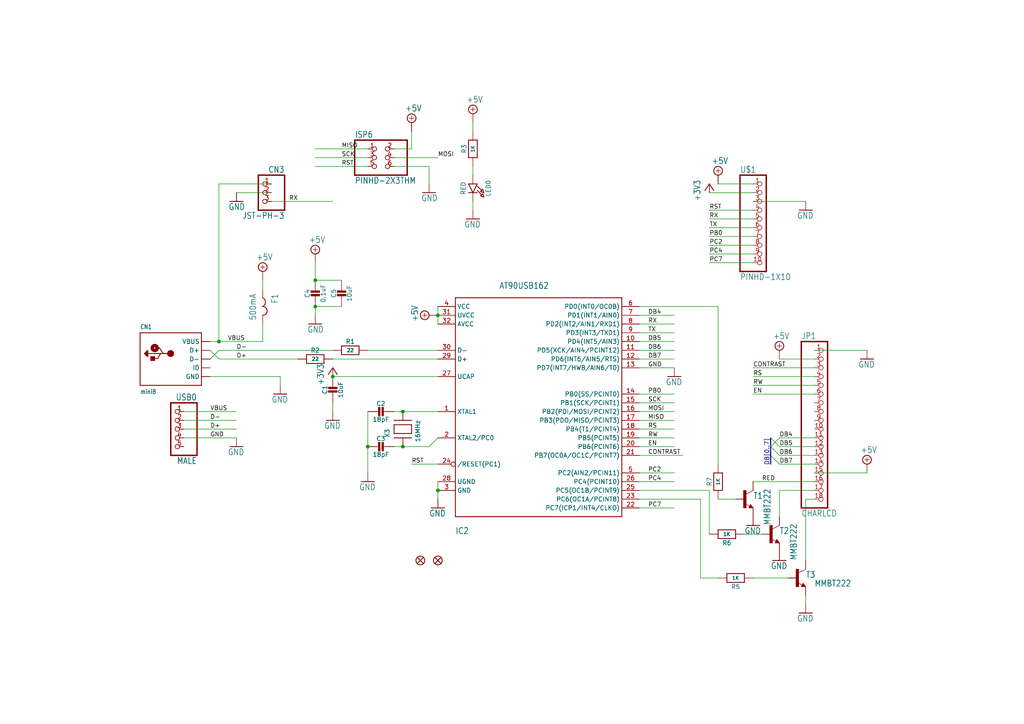
<source format=kicad_sch>
(kicad_sch (version 20211123) (generator eeschema)
  (paper "A4")
  (lib_symbols
    (symbol "eagleSchem-eagle-import:+3V3" (power)
      (property "Value" "+3V3" (at -2.54 -5.08 90))
      (symbol "+3V3_1_0"
        (polyline (pts (xy 0 0) (xy -1.27 -1.905)) (stroke (width 0.254)))
        (polyline (pts (xy 1.27 -1.905) (xy 0 0)) (stroke (width 0.254)))
        (pin power_in line (at 0 -2.54 90) (length 2.54) (name "+3V3") (number "1"))
      )
    )
    (symbol "eagleSchem-eagle-import:+5V" (power)
      (property "Value" "+5V" (at -1.905 3.175 0))
      (symbol "+5V_1_0"
        (polyline (pts (xy -0.635 1.27) (xy 0.635 1.27)) (stroke (width 0.1524)))
        (polyline (pts (xy 0 0.635) (xy 0 1.905)) (stroke (width 0.1524)))
        (circle (center 0 1.27) (radius 1.27) (stroke (width 0.254)))
        (pin power_in line (at 0 -2.54 90) (length 2.54) (name "+5V") (number "1"))
      )
    )
    (symbol "eagleSchem-eagle-import:-NPN-SOT23-BEC"
      (property "Reference" "T" (at -10.16 7.62 0))
      (property "Value" "-NPN-SOT23-BEC" (at -10.16 5.08 0))
      (symbol "-NPN-SOT23-BEC_1_0"
        (rectangle (start -0.254 -2.54) (end 0.508 2.54) (fill (type outline)))
        (polyline (pts (xy 1.27 -2.54) (xy 1.778 -1.524)) (stroke (width 0.1524)))
        (polyline (pts (xy 1.524 -2.413) (xy 2.286 -2.413)) (stroke (width 0.254)))
        (polyline (pts (xy 1.524 -2.286) (xy 1.905 -2.286)) (stroke (width 0.254)))
        (polyline (pts (xy 1.54 -2.04) (xy 0.308 -1.424)) (stroke (width 0.1524)))
        (polyline (pts (xy 1.778 -1.778) (xy 1.524 -2.286)) (stroke (width 0.254)))
        (polyline (pts (xy 1.778 -1.524) (xy 2.54 -2.54)) (stroke (width 0.1524)))
        (polyline (pts (xy 1.905 -2.286) (xy 1.778 -2.032)) (stroke (width 0.254)))
        (polyline (pts (xy 2.286 -2.413) (xy 1.778 -1.778)) (stroke (width 0.254)))
        (polyline (pts (xy 2.54 -2.54) (xy 1.27 -2.54)) (stroke (width 0.1524)))
        (polyline (pts (xy 2.54 2.54) (xy 0.508 1.524)) (stroke (width 0.1524)))
        (pin passive line (at -2.54 0 0) (length 2.54) (name "B") (number "B"))
        (pin passive line (at 2.54 5.08 270) (length 2.54) (name "C") (number "C"))
        (pin passive line (at 2.54 -5.08 90) (length 2.54) (name "E") (number "E"))
      )
    )
    (symbol "eagleSchem-eagle-import:ATMEGA32U2-TQFP"
      (property "Reference" "IC" (at -17.78 -38.1 0))
      (property "Value" "ATMEGA32U2-TQFP" (at -5.08 33.02 0))
      (symbol "ATMEGA32U2-TQFP_1_0"
        (polyline (pts (xy -17.78 -33.02) (xy -17.78 30.48)) (stroke (width 0.254)))
        (polyline (pts (xy -17.78 30.48) (xy 30.48 30.48)) (stroke (width 0.254)))
        (polyline (pts (xy 30.48 -33.02) (xy -17.78 -33.02)) (stroke (width 0.254)))
        (polyline (pts (xy 30.48 30.48) (xy 30.48 -33.02)) (stroke (width 0.254)))
        (pin bidirectional line (at -22.86 -2.54 0) (length 5.08) (name "XTAL1") (number "1"))
        (pin bidirectional line (at 35.56 17.78 180) (length 5.08) (name "PD4(INT5/AIN3)") (number "10"))
        (pin bidirectional line (at 35.56 15.24 180) (length 5.08) (name "PD5(XCK/AIN4/PCINT12)") (number "11"))
        (pin bidirectional line (at 35.56 12.7 180) (length 5.08) (name "PD6(INT6/AIN5/RTS)") (number "12"))
        (pin bidirectional line (at 35.56 10.16 180) (length 5.08) (name "PD7(INT7/HWB/AIN6/T0)") (number "13"))
        (pin bidirectional line (at 35.56 2.54 180) (length 5.08) (name "PB0(SS/PCINT0)") (number "14"))
        (pin bidirectional line (at 35.56 0 180) (length 5.08) (name "PB1(SCK/PCINT1)") (number "15"))
        (pin bidirectional line (at 35.56 -2.54 180) (length 5.08) (name "PB2(PDI/MOSI/PCINT2)") (number "16"))
        (pin bidirectional line (at 35.56 -5.08 180) (length 5.08) (name "PB3(PDO/MISO/PCINT3)") (number "17"))
        (pin bidirectional line (at 35.56 -7.62 180) (length 5.08) (name "PB4(T1/PCINT4)") (number "18"))
        (pin bidirectional line (at 35.56 -10.16 180) (length 5.08) (name "PB5(PCINT5)") (number "19"))
        (pin bidirectional line (at -22.86 -10.16 0) (length 5.08) (name "XTAL2/PC0") (number "2"))
        (pin bidirectional line (at 35.56 -12.7 180) (length 5.08) (name "PB6(PCINT6)") (number "20"))
        (pin bidirectional line (at 35.56 -15.24 180) (length 5.08) (name "PB7(OC0A/OC1C/PCINT7)") (number "21"))
        (pin bidirectional line (at 35.56 -30.48 180) (length 5.08) (name "PC7(ICP1/INT4/CLKO)") (number "22"))
        (pin bidirectional line (at 35.56 -27.94 180) (length 5.08) (name "PC6(OC1A/PCINT8)") (number "23"))
        (pin bidirectional inverted (at -22.86 -17.78 0) (length 5.08) (name "/RESET(PC1)") (number "24"))
        (pin bidirectional line (at 35.56 -25.4 180) (length 5.08) (name "PC5(OC1B/PCINT9)") (number "25"))
        (pin bidirectional line (at 35.56 -22.86 180) (length 5.08) (name "PC4(PCINT10)") (number "26"))
        (pin bidirectional line (at -22.86 7.62 0) (length 5.08) (name "UCAP") (number "27"))
        (pin bidirectional line (at -22.86 -22.86 0) (length 5.08) (name "UGND") (number "28"))
        (pin bidirectional line (at -22.86 12.7 0) (length 5.08) (name "D+") (number "29"))
        (pin bidirectional line (at -22.86 -25.4 0) (length 5.08) (name "GND") (number "3"))
        (pin bidirectional line (at -22.86 15.24 0) (length 5.08) (name "D-") (number "30"))
        (pin bidirectional line (at -22.86 25.4 0) (length 5.08) (name "UVCC") (number "31"))
        (pin bidirectional line (at -22.86 22.86 0) (length 5.08) (name "AVCC") (number "32"))
        (pin bidirectional line (at -22.86 27.94 0) (length 5.08) (name "VCC") (number "4"))
        (pin bidirectional line (at 35.56 -20.32 180) (length 5.08) (name "PC2(AIN2/PCIN11)") (number "5"))
        (pin bidirectional line (at 35.56 27.94 180) (length 5.08) (name "PD0(INT0/OC0B)") (number "6"))
        (pin bidirectional line (at 35.56 25.4 180) (length 5.08) (name "PD1(INT1/AIN0)") (number "7"))
        (pin bidirectional line (at 35.56 22.86 180) (length 5.08) (name "PD2(INT2/AIN1/RXD1)") (number "8"))
        (pin bidirectional line (at 35.56 20.32 180) (length 5.08) (name "PD3(INT3/TXD1)") (number "9"))
      )
    )
    (symbol "eagleSchem-eagle-import:CAP_CERAMIC0805-NOOUTLINE"
      (property "Reference" "C" (at -2.29 1.25 90))
      (property "Value" "CAP_CERAMIC0805-NOOUTLINE" (at 2.3 1.25 90))
      (symbol "CAP_CERAMIC0805-NOOUTLINE_1_0"
        (rectangle (start -1.27 0.508) (end 1.27 1.016) (fill (type outline)))
        (rectangle (start -1.27 1.524) (end 1.27 2.032) (fill (type outline)))
        (polyline (pts (xy 0 0.762) (xy 0 0)) (stroke (width 0.1524)))
        (polyline (pts (xy 0 2.54) (xy 0 1.778)) (stroke (width 0.1524)))
        (pin passive line (at 0 5.08 270) (length 2.54) (name "1") (number "1"))
        (pin passive line (at 0 -2.54 90) (length 2.54) (name "2") (number "2"))
      )
    )
    (symbol "eagleSchem-eagle-import:FIDUCIAL1X2.5"
      (symbol "FIDUCIAL1X2.5_1_0"
        (polyline (pts (xy -0.762 0.762) (xy 0.762 -0.762)) (stroke (width 0.254)))
        (polyline (pts (xy 0.762 0.762) (xy -0.762 -0.762)) (stroke (width 0.254)))
        (circle (center 0 0) (radius 1.27) (stroke (width 0.254)))
      )
    )
    (symbol "eagleSchem-eagle-import:GND" (power)
      (property "Value" "GND" (at -2.54 -2.54 0))
      (symbol "GND_1_0"
        (polyline (pts (xy -1.905 0) (xy 1.905 0)) (stroke (width 0.254)))
        (pin power_in line (at 0 2.54 270) (length 2.54) (name "GND") (number "1"))
      )
    )
    (symbol "eagleSchem-eagle-import:JST_3PIN"
      (property "Reference" "CN" (at -6.35 5.715 0))
      (property "Value" "JST_3PIN" (at -6.35 -7.62 0))
      (symbol "JST_3PIN_1_0"
        (polyline (pts (xy -6.35 -5.08) (xy 1.27 -5.08)) (stroke (width 0.4064)))
        (polyline (pts (xy -6.35 5.08) (xy -6.35 -5.08)) (stroke (width 0.4064)))
        (polyline (pts (xy 1.27 -5.08) (xy 1.27 5.08)) (stroke (width 0.4064)))
        (polyline (pts (xy 1.27 5.08) (xy -6.35 5.08)) (stroke (width 0.4064)))
        (pin passive inverted (at -2.54 2.54 0) (length 2.54) (name "1") (number "1"))
        (pin passive inverted (at -2.54 0 0) (length 2.54) (name "2") (number "2"))
        (pin passive inverted (at -2.54 -2.54 0) (length 2.54) (name "3") (number "3"))
      )
    )
    (symbol "eagleSchem-eagle-import:LED0805_NOOUTLINE"
      (property "Reference" "D" (at -1.27 4.445 0))
      (property "Value" "LED0805_NOOUTLINE" (at -1.27 -2.794 0))
      (symbol "LED0805_NOOUTLINE_1_0"
        (polyline (pts (xy -2.54 -1.27) (xy 0 0)) (stroke (width 0.254)))
        (polyline (pts (xy -2.54 1.27) (xy -2.54 -1.27)) (stroke (width 0.254)))
        (polyline (pts (xy -1.905 1.27) (xy -0.635 2.54)) (stroke (width 0.254)))
        (polyline (pts (xy -0.9525 2.8575) (xy -0.3175 2.2225)) (stroke (width 0.254)))
        (polyline (pts (xy -0.635 1.27) (xy 0.635 2.54)) (stroke (width 0.254)))
        (polyline (pts (xy -0.3175 2.2225) (xy 0 3.175)) (stroke (width 0.254)))
        (polyline (pts (xy 0 0) (xy -2.54 1.27)) (stroke (width 0.254)))
        (polyline (pts (xy 0 0) (xy 0 -1.27)) (stroke (width 0.254)))
        (polyline (pts (xy 0 1.27) (xy 0 0)) (stroke (width 0.254)))
        (polyline (pts (xy 0 3.175) (xy -0.9525 2.8575)) (stroke (width 0.254)))
        (polyline (pts (xy 0.3175 2.8575) (xy 0.9525 2.2225)) (stroke (width 0.254)))
        (polyline (pts (xy 0.9525 2.2225) (xy 1.27 3.175)) (stroke (width 0.254)))
        (polyline (pts (xy 1.27 3.175) (xy 0.3175 2.8575)) (stroke (width 0.254)))
        (pin passive line (at -5.08 0 0) (length 2.54) (name "A") (number "A"))
        (pin passive line (at 2.54 0 180) (length 2.54) (name "C") (number "C"))
      )
    )
    (symbol "eagleSchem-eagle-import:PINHD-1X10"
      (property "Value" "PINHD-1X10" (at -6.35 -17.78 0))
      (symbol "PINHD-1X10_1_0"
        (polyline (pts (xy -6.35 -15.24) (xy 1.27 -15.24)) (stroke (width 0.4064)))
        (polyline (pts (xy -6.35 12.7) (xy -6.35 -15.24)) (stroke (width 0.4064)))
        (polyline (pts (xy 1.27 -15.24) (xy 1.27 12.7)) (stroke (width 0.4064)))
        (polyline (pts (xy 1.27 12.7) (xy -6.35 12.7)) (stroke (width 0.4064)))
        (pin passive inverted (at -2.54 10.16 0) (length 2.54) (name "1") (number "1"))
        (pin passive inverted (at -2.54 -12.7 0) (length 2.54) (name "10") (number "10"))
        (pin passive inverted (at -2.54 7.62 0) (length 2.54) (name "2") (number "2"))
        (pin passive inverted (at -2.54 5.08 0) (length 2.54) (name "3") (number "3"))
        (pin passive inverted (at -2.54 2.54 0) (length 2.54) (name "4") (number "4"))
        (pin passive inverted (at -2.54 0 0) (length 2.54) (name "5") (number "5"))
        (pin passive inverted (at -2.54 -2.54 0) (length 2.54) (name "6") (number "6"))
        (pin passive inverted (at -2.54 -5.08 0) (length 2.54) (name "7") (number "7"))
        (pin passive inverted (at -2.54 -7.62 0) (length 2.54) (name "8") (number "8"))
        (pin passive inverted (at -2.54 -10.16 0) (length 2.54) (name "9") (number "9"))
      )
    )
    (symbol "eagleSchem-eagle-import:PINHD-1X18-BIG"
      (property "Reference" "JP" (at -6.35 23.495 0))
      (property "Value" "PINHD-1X18-BIG" (at -6.35 -27.94 0))
      (symbol "PINHD-1X18-BIG_1_0"
        (polyline (pts (xy -6.35 -25.4) (xy 1.27 -25.4)) (stroke (width 0.4064)))
        (polyline (pts (xy -6.35 22.86) (xy -6.35 -25.4)) (stroke (width 0.4064)))
        (polyline (pts (xy 1.27 -25.4) (xy 1.27 22.86)) (stroke (width 0.4064)))
        (polyline (pts (xy 1.27 22.86) (xy -6.35 22.86)) (stroke (width 0.4064)))
        (pin passive inverted (at -2.54 20.32 0) (length 2.54) (name "1") (number "1"))
        (pin passive inverted (at -2.54 -2.54 0) (length 2.54) (name "10") (number "10"))
        (pin passive inverted (at -2.54 -5.08 0) (length 2.54) (name "11") (number "11"))
        (pin passive inverted (at -2.54 -7.62 0) (length 2.54) (name "12") (number "12"))
        (pin passive inverted (at -2.54 -10.16 0) (length 2.54) (name "13") (number "13"))
        (pin passive inverted (at -2.54 -12.7 0) (length 2.54) (name "14") (number "14"))
        (pin passive inverted (at -2.54 -15.24 0) (length 2.54) (name "15") (number "15"))
        (pin passive inverted (at -2.54 -17.78 0) (length 2.54) (name "16") (number "16"))
        (pin passive inverted (at -2.54 -20.32 0) (length 2.54) (name "17") (number "17"))
        (pin passive inverted (at -2.54 -22.86 0) (length 2.54) (name "18") (number "18"))
        (pin passive inverted (at -2.54 17.78 0) (length 2.54) (name "2") (number "2"))
        (pin passive inverted (at -2.54 15.24 0) (length 2.54) (name "3") (number "3"))
        (pin passive inverted (at -2.54 12.7 0) (length 2.54) (name "4") (number "4"))
        (pin passive inverted (at -2.54 10.16 0) (length 2.54) (name "5") (number "5"))
        (pin passive inverted (at -2.54 7.62 0) (length 2.54) (name "6") (number "6"))
        (pin passive inverted (at -2.54 5.08 0) (length 2.54) (name "7") (number "7"))
        (pin passive inverted (at -2.54 2.54 0) (length 2.54) (name "8") (number "8"))
        (pin passive inverted (at -2.54 0 0) (length 2.54) (name "9") (number "9"))
      )
    )
    (symbol "eagleSchem-eagle-import:PINHD-1X5"
      (property "Reference" "JP" (at -6.35 8.255 0))
      (property "Value" "PINHD-1X5" (at -6.35 -10.16 0))
      (symbol "PINHD-1X5_1_0"
        (polyline (pts (xy -6.35 -7.62) (xy 1.27 -7.62)) (stroke (width 0.4064)))
        (polyline (pts (xy -6.35 7.62) (xy -6.35 -7.62)) (stroke (width 0.4064)))
        (polyline (pts (xy 1.27 -7.62) (xy 1.27 7.62)) (stroke (width 0.4064)))
        (polyline (pts (xy 1.27 7.62) (xy -6.35 7.62)) (stroke (width 0.4064)))
        (pin passive inverted (at -2.54 5.08 0) (length 2.54) (name "1") (number "1"))
        (pin passive inverted (at -2.54 2.54 0) (length 2.54) (name "2") (number "2"))
        (pin passive inverted (at -2.54 0 0) (length 2.54) (name "3") (number "3"))
        (pin passive inverted (at -2.54 -2.54 0) (length 2.54) (name "4") (number "4"))
        (pin passive inverted (at -2.54 -5.08 0) (length 2.54) (name "5") (number "5"))
      )
    )
    (symbol "eagleSchem-eagle-import:PINHD-2X3THM"
      (property "Value" "PINHD-2X3THM" (at -6.35 -7.62 0))
      (symbol "PINHD-2X3THM_1_0"
        (polyline (pts (xy -6.35 -5.08) (xy 8.89 -5.08)) (stroke (width 0.4064)))
        (polyline (pts (xy -6.35 5.08) (xy -6.35 -5.08)) (stroke (width 0.4064)))
        (polyline (pts (xy 8.89 -5.08) (xy 8.89 5.08)) (stroke (width 0.4064)))
        (polyline (pts (xy 8.89 5.08) (xy -6.35 5.08)) (stroke (width 0.4064)))
        (pin passive inverted (at -2.54 2.54 0) (length 2.54) (name "1") (number "1"))
        (pin passive inverted (at 5.08 2.54 180) (length 2.54) (name "2") (number "2"))
        (pin passive inverted (at -2.54 0 0) (length 2.54) (name "3") (number "3"))
        (pin passive inverted (at 5.08 0 180) (length 2.54) (name "4") (number "4"))
        (pin passive inverted (at -2.54 -2.54 0) (length 2.54) (name "5") (number "5"))
        (pin passive inverted (at 5.08 -2.54 180) (length 2.54) (name "6") (number "6"))
      )
    )
    (symbol "eagleSchem-eagle-import:PTCFUSE-1206"
      (property "Reference" "F" (at -3.81 5.08 0))
      (property "Value" "PTCFUSE-1206" (at -3.81 -1.27 0))
      (symbol "PTCFUSE-1206_1_0"
        (arc (start 0 2.54) (mid -1.27 3.3249) (end -2.54 2.54) (stroke (width 0.254)))
        (arc (start 2.54 2.54) (mid 1.27 3.81) (end 0 2.54) (stroke (width 0.254)))
        (pin passive line (at -5.08 2.54 0) (length 2.54) (name "1") (number "1"))
        (pin passive line (at 5.08 2.54 180) (length 2.54) (name "2") (number "2"))
      )
    )
    (symbol "eagleSchem-eagle-import:RESISTOR0805_NOOUTLINE"
      (property "Reference" "R" (at 0 2.54 0))
      (property "Value" "RESISTOR0805_NOOUTLINE" (at 0 0 0))
      (symbol "RESISTOR0805_NOOUTLINE_1_0"
        (polyline (pts (xy -2.54 -1.27) (xy -2.54 1.27)) (stroke (width 0.254)))
        (polyline (pts (xy -2.54 1.27) (xy 2.54 1.27)) (stroke (width 0.254)))
        (polyline (pts (xy 2.54 -1.27) (xy -2.54 -1.27)) (stroke (width 0.254)))
        (polyline (pts (xy 2.54 1.27) (xy 2.54 -1.27)) (stroke (width 0.254)))
        (pin passive line (at -5.08 0 0) (length 2.54) (name "1") (number "1"))
        (pin passive line (at 5.08 0 180) (length 2.54) (name "2") (number "2"))
      )
    )
    (symbol "eagleSchem-eagle-import:USBMINIBLARGE"
      (property "Reference" "CN" (at -10.16 8.636 0))
      (property "Value" "USBMINIBLARGE" (at -10.16 -10.16 0))
      (symbol "USBMINIBLARGE_1_0"
        (rectangle (start -7.12 -0.45) (end -5.92 0.75) (fill (type outline)))
        (circle (center -5.92 3.2) (radius 0.2) (stroke (width 1)))
        (circle (center -1.32 1.6) (radius 0.5) (stroke (width 1)))
        (polyline (pts (xy -10.2 7.62) (xy -10.16 7.62)) (stroke (width 0.254)))
        (polyline (pts (xy -10.16 -7.62) (xy 7.62 -7.62)) (stroke (width 0.254)))
        (polyline (pts (xy -10.16 7.62) (xy -10.16 -7.62)) (stroke (width 0.254)))
        (polyline (pts (xy -10.16 7.62) (xy 7.62 7.62)) (stroke (width 0.254)))
        (polyline (pts (xy -8.92 1.6) (xy -8.12 2.4)) (stroke (width 0.254)))
        (polyline (pts (xy -8.52 1.4) (xy -8.32 1.2)) (stroke (width 0.254)))
        (polyline (pts (xy -8.52 1.6) (xy -8.52 1.4)) (stroke (width 0.254)))
        (polyline (pts (xy -8.32 1.2) (xy -8.32 2)) (stroke (width 0.254)))
        (polyline (pts (xy -8.32 2) (xy -8.72 1.6)) (stroke (width 0.254)))
        (polyline (pts (xy -8.12 0.8) (xy -8.92 1.6)) (stroke (width 0.254)))
        (polyline (pts (xy -8.12 1) (xy -8.12 2.4)) (stroke (width 0.254)))
        (polyline (pts (xy -8.12 2.4) (xy -7.92 2.4)) (stroke (width 0.254)))
        (polyline (pts (xy -7.92 0.8) (xy -8.12 0.8)) (stroke (width 0.254)))
        (polyline (pts (xy -7.92 1.6) (xy -7.92 0.8)) (stroke (width 0.254)))
        (polyline (pts (xy -7.92 2.4) (xy -7.92 1.6)) (stroke (width 0.254)))
        (polyline (pts (xy -6.27 0.15) (xy -5.07 0.15)) (stroke (width 0.254)))
        (polyline (pts (xy -5.52 3.2) (xy -4.52 3.2)) (stroke (width 0.254)))
        (polyline (pts (xy -5.07 0.15) (xy -4.22 1.6)) (stroke (width 0.254)))
        (polyline (pts (xy -4.52 3.2) (xy -3.47 1.6)) (stroke (width 0.254)))
        (polyline (pts (xy -4.22 1.6) (xy -7.92 1.6)) (stroke (width 0.254)))
        (polyline (pts (xy -3.47 1.6) (xy -4.22 1.6)) (stroke (width 0.254)))
        (polyline (pts (xy -1.32 1.6) (xy -3.47 1.6)) (stroke (width 0.254)))
        (polyline (pts (xy 7.62 7.62) (xy 7.62 -7.62)) (stroke (width 0.254)))
        (pin bidirectional line (at 10.16 2.54 180) (length 2.54) (name "D+") (number "D+"))
        (pin bidirectional line (at 10.16 0 180) (length 2.54) (name "D-") (number "D-"))
        (pin power_in line (at 10.16 -5.08 180) (length 2.54) (name "GND") (number "GND"))
        (pin bidirectional line (at 10.16 -2.54 180) (length 2.54) (name "ID") (number "ID"))
        (pin power_in line (at 10.16 5.08 180) (length 2.54) (name "VBUS") (number "VBUS"))
      )
    )
    (symbol "eagleSchem-eagle-import:XTALNX5032"
      (property "Reference" "X" (at -2.54 3.81 0))
      (property "Value" "XTALNX5032" (at -3.81 -5.08 0))
      (symbol "XTALNX5032_1_0"
        (polyline (pts (xy -2.54 2.54) (xy -2.54 -2.54)) (stroke (width 0.254)))
        (polyline (pts (xy -1.27 -2.54) (xy 1.27 -2.54)) (stroke (width 0.254)))
        (polyline (pts (xy -1.27 2.54) (xy -1.27 -2.54)) (stroke (width 0.254)))
        (polyline (pts (xy 1.27 -2.54) (xy 1.27 2.54)) (stroke (width 0.254)))
        (polyline (pts (xy 1.27 2.54) (xy -1.27 2.54)) (stroke (width 0.254)))
        (polyline (pts (xy 2.54 2.54) (xy 2.54 -2.54)) (stroke (width 0.254)))
        (pin bidirectional line (at -5.08 0 0) (length 2.54) (name "P$1") (number "P$1"))
        (pin bidirectional line (at 5.08 0 180) (length 2.54) (name "P$2") (number "P$2"))
      )
    )
  )
  (junction (at 127 91.44))
  (junction (at 127 142.24))
  (junction (at 96.52 109.22))
  (junction (at 63.5 99.06))
  (junction (at 91.44 81.28))
  (junction (at 116.84 129.54))
  (junction (at 116.84 119.38))
  (junction (at 91.44 88.9))
  (junction (at 106.68 129.54))
  (bus_entry (at 226.06 132.08) (size -2.54 -2.54))
  (bus_entry (at 226.06 127) (size -2.54 2.54))
  (bus_entry (at 226.06 129.54) (size -2.54 -2.54))
  (bus_entry (at 226.06 134.62) (size -2.54 -2.54))
  (wire (pts (xy 124.46 48.26) (xy 114.3 48.26)))
  (wire (pts (xy 218.44 139.7) (xy 236.22 139.7)))
  (wire (pts (xy 137.16 48.26) (xy 137.16 50.8)))
  (wire (pts (xy 185.42 96.52) (xy 195.58 96.52)))
  (wire (pts (xy 106.68 48.26) (xy 91.44 48.26)))
  (wire (pts (xy 185.42 99.06) (xy 195.58 99.06)))
  (wire (pts (xy 81.28 109.22) (xy 81.28 111.76)))
  (wire (pts (xy 127 109.22) (xy 96.52 109.22)))
  (wire (pts (xy 185.42 147.32) (xy 195.58 147.32)))
  (wire (pts (xy 205.74 55.88) (xy 218.44 55.88)))
  (wire (pts (xy 185.42 121.92) (xy 195.58 121.92)))
  (bus (pts (xy 223.52 129.54) (xy 223.52 132.08)))
  (wire (pts (xy 236.22 114.3) (xy 218.44 114.3)))
  (wire (pts (xy 119.38 43.18) (xy 119.38 38.1)))
  (wire (pts (xy 124.46 129.54) (xy 116.84 129.54)))
  (wire (pts (xy 76.2 99.06) (xy 76.2 93.98)))
  (wire (pts (xy 185.42 142.24) (xy 205.74 142.24)))
  (wire (pts (xy 91.44 88.9) (xy 99.06 88.9)))
  (wire (pts (xy 185.42 137.16) (xy 195.58 137.16)))
  (wire (pts (xy 236.22 127) (xy 226.06 127)))
  (wire (pts (xy 106.68 137.16) (xy 106.68 129.54)))
  (wire (pts (xy 220.98 154.94) (xy 215.9 154.94)))
  (wire (pts (xy 124.46 53.34) (xy 124.46 48.26)))
  (wire (pts (xy 185.42 116.84) (xy 195.58 116.84)))
  (wire (pts (xy 116.84 119.38) (xy 127 119.38)))
  (wire (pts (xy 127 142.24) (xy 127 139.7)))
  (wire (pts (xy 185.42 91.44) (xy 195.58 91.44)))
  (wire (pts (xy 218.44 68.58) (xy 205.74 68.58)))
  (wire (pts (xy 185.42 119.38) (xy 195.58 119.38)))
  (wire (pts (xy 185.42 124.46) (xy 195.58 124.46)))
  (wire (pts (xy 233.68 162.56) (xy 233.68 144.78)))
  (wire (pts (xy 233.68 58.42) (xy 218.44 58.42)))
  (wire (pts (xy 226.06 149.86) (xy 226.06 142.24)))
  (wire (pts (xy 91.44 76.2) (xy 91.44 81.28)))
  (wire (pts (xy 218.44 71.12) (xy 205.74 71.12)))
  (wire (pts (xy 63.5 101.6) (xy 60.96 104.14)))
  (wire (pts (xy 208.28 53.34) (xy 218.44 53.34)))
  (wire (pts (xy 60.96 99.06) (xy 63.5 99.06)))
  (wire (pts (xy 91.44 81.28) (xy 99.06 81.28)))
  (wire (pts (xy 53.34 127) (xy 68.58 127)))
  (wire (pts (xy 127 88.9) (xy 127 91.44)))
  (wire (pts (xy 185.42 104.14) (xy 195.58 104.14)))
  (wire (pts (xy 203.2 144.78) (xy 203.2 167.64)))
  (wire (pts (xy 63.5 53.34) (xy 63.5 99.06)))
  (wire (pts (xy 91.44 91.44) (xy 91.44 88.9)))
  (wire (pts (xy 137.16 35.56) (xy 137.16 38.1)))
  (wire (pts (xy 127 134.62) (xy 119.38 134.62)))
  (wire (pts (xy 96.52 104.14) (xy 127 104.14)))
  (wire (pts (xy 236.22 132.08) (xy 226.06 132.08)))
  (wire (pts (xy 185.42 88.9) (xy 208.28 88.9)))
  (wire (pts (xy 116.84 129.54) (xy 114.3 129.54)))
  (wire (pts (xy 203.2 167.64) (xy 208.28 167.64)))
  (wire (pts (xy 236.22 134.62) (xy 226.06 134.62)))
  (wire (pts (xy 106.68 101.6) (xy 127 101.6)))
  (wire (pts (xy 106.68 119.38) (xy 106.68 129.54)))
  (wire (pts (xy 63.5 99.06) (xy 76.2 99.06)))
  (bus (pts (xy 223.52 127) (xy 223.52 129.54)))
  (wire (pts (xy 236.22 109.22) (xy 218.44 109.22)))
  (wire (pts (xy 78.74 53.34) (xy 63.5 53.34)))
  (wire (pts (xy 114.3 45.72) (xy 127 45.72)))
  (wire (pts (xy 127 127) (xy 124.46 129.54)))
  (wire (pts (xy 218.44 76.2) (xy 205.74 76.2)))
  (wire (pts (xy 63.5 101.6) (xy 96.52 101.6)))
  (wire (pts (xy 233.68 144.78) (xy 236.22 144.78)))
  (wire (pts (xy 185.42 144.78) (xy 203.2 144.78)))
  (wire (pts (xy 185.42 101.6) (xy 195.58 101.6)))
  (wire (pts (xy 205.74 142.24) (xy 205.74 154.94)))
  (wire (pts (xy 106.68 43.18) (xy 91.44 43.18)))
  (wire (pts (xy 236.22 129.54) (xy 226.06 129.54)))
  (wire (pts (xy 208.28 88.9) (xy 208.28 134.62)))
  (wire (pts (xy 185.42 93.98) (xy 195.58 93.98)))
  (bus (pts (xy 223.52 132.08) (xy 223.52 134.62)))
  (wire (pts (xy 106.68 45.72) (xy 91.44 45.72)))
  (wire (pts (xy 236.22 111.76) (xy 218.44 111.76)))
  (wire (pts (xy 208.28 144.78) (xy 213.36 144.78)))
  (wire (pts (xy 60.96 109.22) (xy 81.28 109.22)))
  (wire (pts (xy 185.42 139.7) (xy 195.58 139.7)))
  (wire (pts (xy 226.06 104.14) (xy 236.22 104.14)))
  (wire (pts (xy 185.42 106.68) (xy 195.58 106.68)))
  (wire (pts (xy 116.84 119.38) (xy 114.3 119.38)))
  (wire (pts (xy 96.52 119.38) (xy 96.52 116.84)))
  (wire (pts (xy 76.2 83.82) (xy 76.2 81.28)))
  (wire (pts (xy 218.44 66.04) (xy 205.74 66.04)))
  (wire (pts (xy 185.42 129.54) (xy 195.58 129.54)))
  (wire (pts (xy 218.44 60.96) (xy 205.74 60.96)))
  (wire (pts (xy 78.74 58.42) (xy 96.52 58.42)))
  (wire (pts (xy 236.22 137.16) (xy 251.46 137.16)))
  (wire (pts (xy 251.46 101.6) (xy 236.22 101.6)))
  (wire (pts (xy 127 91.44) (xy 127 93.98)))
  (wire (pts (xy 127 144.78) (xy 127 142.24)))
  (wire (pts (xy 228.6 167.64) (xy 218.44 167.64)))
  (wire (pts (xy 63.5 104.14) (xy 86.36 104.14)))
  (wire (pts (xy 233.68 172.72) (xy 233.68 175.26)))
  (wire (pts (xy 185.42 132.08) (xy 198.12 132.08)))
  (wire (pts (xy 185.42 114.3) (xy 195.58 114.3)))
  (wire (pts (xy 53.34 124.46) (xy 68.58 124.46)))
  (wire (pts (xy 53.34 121.92) (xy 68.58 121.92)))
  (wire (pts (xy 53.34 119.38) (xy 68.58 119.38)))
  (wire (pts (xy 68.58 55.88) (xy 78.74 55.88)))
  (wire (pts (xy 114.3 43.18) (xy 119.38 43.18)))
  (wire (pts (xy 218.44 73.66) (xy 205.74 73.66)))
  (wire (pts (xy 137.16 60.96) (xy 137.16 58.42)))
  (wire (pts (xy 218.44 63.5) (xy 205.74 63.5)))
  (wire (pts (xy 226.06 142.24) (xy 236.22 142.24)))
  (wire (pts (xy 63.5 104.14) (xy 60.96 101.6)))
  (wire (pts (xy 236.22 106.68) (xy 218.44 106.68)))
  (wire (pts (xy 185.42 127) (xy 195.58 127)))
  (label "RW" (at 187.96 127 0) (effects (font (size 1.2446 1.2446))))
  (label "PB0" (at 187.96 114.3 0) (effects (font (size 1.2446 1.2446))))
  (label "RX" (at 83.82 58.42 0) (effects (font (size 1.2446 1.2446))))
  (label "SCK" (at 99.06 45.72 0) (effects (font (size 1.2446 1.2446))))
  (label "PC2" (at 205.74 71.12 0) (effects (font (size 1.2446 1.2446))))
  (label "RST" (at 119.38 134.62 0) (effects (font (size 1.2446 1.2446))))
  (label "DB6" (at 226.06 132.08 0) (effects (font (size 1.2446 1.2446))))
  (label "PC7" (at 187.96 147.32 0) (effects (font (size 1.2446 1.2446))))
  (label "PC2" (at 187.96 137.16 0) (effects (font (size 1.2446 1.2446))))
  (label "RST" (at 205.74 60.96 0) (effects (font (size 1.2446 1.2446))))
  (label "MISO" (at 187.96 121.92 0) (effects (font (size 1.2446 1.2446))))
  (label "RED" (at 220.98 139.7 0) (effects (font (size 1.2446 1.2446))))
  (label "RW" (at 218.44 111.76 0) (effects (font (size 1.2446 1.2446))))
  (label "RST" (at 99.06 48.26 0) (effects (font (size 1.2446 1.2446))))
  (label "DB[0..7]" (at 223.52 127 270) (effects (font (size 1.2446 1.2446))))
  (label "MISO" (at 99.06 43.18 0) (effects (font (size 1.2446 1.2446))))
  (label "D-" (at 60.96 121.92 0) (effects (font (size 1.2446 1.2446))))
  (label "DB5" (at 226.06 129.54 0) (effects (font (size 1.2446 1.2446))))
  (label "RS" (at 187.96 124.46 0) (effects (font (size 1.2446 1.2446))))
  (label "GND" (at 60.96 127 0) (effects (font (size 1.2446 1.2446))))
  (label "DB5" (at 187.96 99.06 0) (effects (font (size 1.2446 1.2446))))
  (label "SCK" (at 187.96 116.84 0) (effects (font (size 1.2446 1.2446))))
  (label "TX" (at 205.74 66.04 0) (effects (font (size 1.2446 1.2446))))
  (label "DB7" (at 226.06 134.62 0) (effects (font (size 1.2446 1.2446))))
  (label "PC4" (at 187.96 139.7 0) (effects (font (size 1.2446 1.2446))))
  (label "VBUS" (at 66.04 99.06 0) (effects (font (size 1.2446 1.2446))))
  (label "EN" (at 218.44 114.3 0) (effects (font (size 1.2446 1.2446))))
  (label "DB4" (at 187.96 91.44 0) (effects (font (size 1.2446 1.2446))))
  (label "DB7" (at 187.96 104.14 0) (effects (font (size 1.2446 1.2446))))
  (label "D-" (at 68.58 101.6 0) (effects (font (size 1.2446 1.2446))))
  (label "TX" (at 187.96 96.52 0) (effects (font (size 1.2446 1.2446))))
  (label "GND" (at 187.96 106.68 0) (effects (font (size 1.2446 1.2446))))
  (label "RX" (at 205.74 63.5 0) (effects (font (size 1.2446 1.2446))))
  (label "DB6" (at 187.96 101.6 0) (effects (font (size 1.2446 1.2446))))
  (label "PB0" (at 205.74 68.58 0) (effects (font (size 1.2446 1.2446))))
  (label "PC7" (at 205.74 76.2 0) (effects (font (size 1.2446 1.2446))))
  (label "MOSI" (at 127 45.72 0) (effects (font (size 1.2446 1.2446))))
  (label "MOSI" (at 187.96 119.38 0) (effects (font (size 1.2446 1.2446))))
  (label "VBUS" (at 60.96 119.38 0) (effects (font (size 1.2446 1.2446))))
  (label "RX" (at 187.96 93.98 0) (effects (font (size 1.2446 1.2446))))
  (label "EN" (at 187.96 129.54 0) (effects (font (size 1.2446 1.2446))))
  (label "RS" (at 218.44 109.22 0) (effects (font (size 1.2446 1.2446))))
  (label "CONTRAST" (at 218.44 106.68 0) (effects (font (size 1.2446 1.2446))))
  (label "DB4" (at 226.06 127 0) (effects (font (size 1.2446 1.2446))))
  (label "PC4" (at 205.74 73.66 0) (effects (font (size 1.2446 1.2446))))
  (label "D+" (at 68.58 104.14 0) (effects (font (size 1.2446 1.2446))))
  (label "D+" (at 60.96 124.46 0) (effects (font (size 1.2446 1.2446))))
  (label "CONTRAST" (at 187.96 132.08 0) (effects (font (size 1.2446 1.2446))))
  (symbol (lib_id "eagleSchem-eagle-import:GND") (at 81.28 114.3 0) (unit 1)
    (property "Reference" "#GND1" (effects hide))
    (property "Value" "GND" (at 78.74 116.84 0) (effects (font (size 1.778 1.5113)) (justify left bottom)))
    (property "Footprint" "eagleSchem:" (effects hide))
  )
  (symbol (lib_id "eagleSchem-eagle-import:GND") (at 124.46 55.88 0) (mirror y) (unit 1)
    (property "Reference" "#GND4" (effects hide))
    (property "Value" "GND" (at 127 58.42 0) (effects (font (size 1.778 1.5113)) (justify left bottom)))
    (property "Footprint" "eagleSchem:" (effects hide))
  )
  (symbol (lib_id "eagleSchem-eagle-import:GND") (at 137.16 63.5 0) (unit 1)
    (property "Reference" "#GND9" (effects hide))
    (property "Value" "GND" (at 134.62 66.04 0) (effects (font (size 1.778 1.5113)) (justify left bottom)))
    (property "Footprint" "eagleSchem:" (effects hide))
  )
  (symbol (lib_id "eagleSchem-eagle-import:FIDUCIAL1X2.5") (at 127 162.56 0) (unit 1)
    (property "Reference" "FID1" (effects hide))
    (property "Value" "FIDUCIAL1X2.5" (effects hide))
    (property "Footprint" "eagleSchem:FIDUCIAL-1X2.5" (effects hide))
  )
  (symbol (lib_id "eagleSchem-eagle-import:ATMEGA32U2-TQFP") (at 149.86 116.84 0) (unit 1)
    (property "Reference" "IC2" (at 132.08 154.94 0) (effects (font (size 1.778 1.5113)) (justify left bottom)))
    (property "Value" "AT90USB162" (at 144.78 83.82 0) (effects (font (size 1.778 1.5113)) (justify left bottom)))
    (property "Footprint" "eagleSchem:TQFP32-08" (effects hide))
  )
  (symbol (lib_id "eagleSchem-eagle-import:GND") (at 91.44 93.98 0) (mirror y) (unit 1)
    (property "Reference" "#GND12" (effects hide))
    (property "Value" "GND" (at 93.98 96.52 0) (effects (font (size 1.778 1.5113)) (justify left bottom)))
    (property "Footprint" "eagleSchem:" (effects hide))
  )
  (symbol (lib_id "eagleSchem-eagle-import:-NPN-SOT23-BEC") (at 215.9 144.78 0) (unit 1)
    (property "Reference" "T1" (at 218.44 144.78 0) (effects (font (size 1.778 1.5113)) (justify left bottom)))
    (property "Value" "MMBT222" (at 223.52 152.4 90) (effects (font (size 1.778 1.5113)) (justify left bottom)))
    (property "Footprint" "eagleSchem:SOT23-BEC" (effects hide))
  )
  (symbol (lib_id "eagleSchem-eagle-import:GND") (at 106.68 139.7 0) (unit 1)
    (property "Reference" "#GND6" (effects hide))
    (property "Value" "GND" (at 104.14 142.24 0) (effects (font (size 1.778 1.5113)) (justify left bottom)))
    (property "Footprint" "eagleSchem:" (effects hide))
  )
  (symbol (lib_id "eagleSchem-eagle-import:RESISTOR0805_NOOUTLINE") (at 137.16 43.18 90) (unit 1)
    (property "Reference" "R3" (at 134.62 43.18 0))
    (property "Value" "1K" (at 137.16 43.18 0) (effects (font (size 1.016 1.016) bold)))
    (property "Footprint" "eagleSchem:0805-NO" (effects hide))
  )
  (symbol (lib_id "eagleSchem-eagle-import:PINHD-1X18-BIG") (at 238.76 121.92 0) (unit 1)
    (property "Reference" "JP1" (at 232.41 98.425 0) (effects (font (size 1.778 1.5113)) (justify left bottom)))
    (property "Value" "CHARLCD" (at 232.41 149.86 0) (effects (font (size 1.778 1.5113)) (justify left bottom)))
    (property "Footprint" "eagleSchem:1X18-BIG" (effects hide))
  )
  (symbol (lib_id "eagleSchem-eagle-import:RESISTOR0805_NOOUTLINE") (at 208.28 139.7 90) (unit 1)
    (property "Reference" "R7" (at 205.74 139.7 0))
    (property "Value" "1K" (at 208.28 139.7 0) (effects (font (size 1.016 1.016) bold)))
    (property "Footprint" "eagleSchem:0805-NO" (effects hide))
  )
  (symbol (lib_id "eagleSchem-eagle-import:FIDUCIAL1X2.5") (at 121.92 162.56 0) (unit 1)
    (property "Reference" "FID2" (effects hide))
    (property "Value" "FIDUCIAL1X2.5" (effects hide))
    (property "Footprint" "eagleSchem:FIDUCIAL-1X2.5" (effects hide))
  )
  (symbol (lib_id "eagleSchem-eagle-import:CAP_CERAMIC0805-NOOUTLINE") (at 96.52 114.3 0) (unit 1)
    (property "Reference" "C1" (at 94.23 113.05 90))
    (property "Value" "10uF" (at 98.82 113.05 90))
    (property "Footprint" "eagleSchem:0805-NO" (effects hide))
  )
  (symbol (lib_id "eagleSchem-eagle-import:+5V") (at 251.46 134.62 0) (unit 1)
    (property "Reference" "#V10" (effects hide))
    (property "Value" "+5V" (at 249.555 131.445 0) (effects (font (size 1.778 1.5113)) (justify left bottom)))
    (property "Footprint" "eagleSchem:" (effects hide))
  )
  (symbol (lib_id "eagleSchem-eagle-import:+5V") (at 119.38 35.56 0) (unit 1)
    (property "Reference" "#V5" (effects hide))
    (property "Value" "+5V" (at 117.475 32.385 0) (effects (font (size 1.778 1.5113)) (justify left bottom)))
    (property "Footprint" "eagleSchem:" (effects hide))
  )
  (symbol (lib_id "eagleSchem-eagle-import:+5V") (at 226.06 101.6 0) (unit 1)
    (property "Reference" "#V7" (effects hide))
    (property "Value" "+5V" (at 224.155 98.425 0) (effects (font (size 1.778 1.5113)) (justify left bottom)))
    (property "Footprint" "eagleSchem:" (effects hide))
  )
  (symbol (lib_id "eagleSchem-eagle-import:PTCFUSE-1206") (at 73.66 88.9 270) (unit 1)
    (property "Reference" "F1" (at 78.74 85.09 0) (effects (font (size 1.778 1.5113)) (justify left bottom)))
    (property "Value" "500mA" (at 72.39 85.09 0) (effects (font (size 1.778 1.5113)) (justify left bottom)))
    (property "Footprint" "eagleSchem:R1206" (effects hide))
  )
  (symbol (lib_id "eagleSchem-eagle-import:RESISTOR0805_NOOUTLINE") (at 210.82 154.94 180) (unit 1)
    (property "Reference" "R6" (at 210.82 157.48 0))
    (property "Value" "1K" (at 210.82 154.94 0) (effects (font (size 1.016 1.016) bold)))
    (property "Footprint" "eagleSchem:0805-NO" (effects hide))
  )
  (symbol (lib_id "eagleSchem-eagle-import:LED0805_NOOUTLINE") (at 137.16 55.88 270) (unit 1)
    (property "Reference" "LED0" (at 141.605 54.61 0))
    (property "Value" "RED" (at 134.366 54.61 0))
    (property "Footprint" "eagleSchem:CHIPLED_0805_NOOUTLINE" (effects hide))
  )
  (symbol (lib_id "eagleSchem-eagle-import:XTALNX5032") (at 116.84 124.46 90) (unit 1)
    (property "Reference" "X3" (at 113.03 127 0) (effects (justify left bottom)))
    (property "Value" "16MHz" (at 121.92 128.27 0) (effects (justify left bottom)))
    (property "Footprint" "eagleSchem:NX5032" (effects hide))
  )
  (symbol (lib_id "eagleSchem-eagle-import:CAP_CERAMIC0805-NOOUTLINE") (at 99.06 86.36 0) (unit 1)
    (property "Reference" "C5" (at 96.77 85.11 90))
    (property "Value" "10uF" (at 101.36 85.11 90))
    (property "Footprint" "eagleSchem:0805-NO" (effects hide))
  )
  (symbol (lib_id "eagleSchem-eagle-import:GND") (at 218.44 152.4 0) (unit 1)
    (property "Reference" "#GND11" (effects hide))
    (property "Value" "GND" (at 215.9 154.94 0) (effects (font (size 1.778 1.5113)) (justify left bottom)))
    (property "Footprint" "eagleSchem:" (effects hide))
  )
  (symbol (lib_id "eagleSchem-eagle-import:RESISTOR0805_NOOUTLINE") (at 101.6 101.6 0) (unit 1)
    (property "Reference" "R1" (at 101.6 99.06 0))
    (property "Value" "22" (at 101.6 101.6 0) (effects (font (size 1.016 1.016) bold)))
    (property "Footprint" "eagleSchem:0805-NO" (effects hide))
  )
  (symbol (lib_id "eagleSchem-eagle-import:CAP_CERAMIC0805-NOOUTLINE") (at 109.22 129.54 270) (unit 1)
    (property "Reference" "C3" (at 110.47 127.25 90))
    (property "Value" "18pF" (at 110.47 131.84 90))
    (property "Footprint" "eagleSchem:0805-NO" (effects hide))
  )
  (symbol (lib_id "eagleSchem-eagle-import:-NPN-SOT23-BEC") (at 231.14 167.64 0) (unit 1)
    (property "Reference" "T3" (at 233.68 167.64 0) (effects (font (size 1.778 1.5113)) (justify left bottom)))
    (property "Value" "MMBT222" (at 236.22 170.18 0) (effects (font (size 1.778 1.5113)) (justify left bottom)))
    (property "Footprint" "eagleSchem:SOT23-BEC" (effects hide))
  )
  (symbol (lib_id "eagleSchem-eagle-import:PINHD-1X5") (at 50.8 124.46 0) (mirror y) (unit 1)
    (property "Reference" "USB0" (at 57.15 116.205 0) (effects (font (size 1.778 1.5113)) (justify left bottom)))
    (property "Value" "MALE" (at 57.15 134.62 0) (effects (font (size 1.778 1.5113)) (justify left bottom)))
    (property "Footprint" "eagleSchem:1X05" (effects hide))
  )
  (symbol (lib_id "eagleSchem-eagle-import:+5V") (at 76.2 78.74 0) (unit 1)
    (property "Reference" "#V1" (effects hide))
    (property "Value" "+5V" (at 74.295 75.565 0) (effects (font (size 1.778 1.5113)) (justify left bottom)))
    (property "Footprint" "eagleSchem:" (effects hide))
  )
  (symbol (lib_id "eagleSchem-eagle-import:JST_3PIN") (at 76.2 55.88 0) (mirror y) (unit 1)
    (property "Reference" "CN3" (at 82.55 50.165 0) (effects (font (size 1.778 1.5113)) (justify left bottom)))
    (property "Value" "JST-PH-3" (at 82.55 63.5 0) (effects (font (size 1.778 1.5113)) (justify left bottom)))
    (property "Footprint" "eagleSchem:JSTPH3" (effects hide))
  )
  (symbol (lib_id "eagleSchem-eagle-import:PINHD-2X3THM") (at 109.22 45.72 0) (unit 1)
    (property "Reference" "ISP6" (at 102.87 40.005 0) (effects (font (size 1.778 1.5113)) (justify left bottom)))
    (property "Value" "PINHD-2X3THM" (at 102.87 53.34 0) (effects (font (size 1.778 1.5113)) (justify left bottom)))
    (property "Footprint" "eagleSchem:ISP6" (effects hide))
  )
  (symbol (lib_id "eagleSchem-eagle-import:GND") (at 96.52 121.92 0) (unit 1)
    (property "Reference" "#GND3" (effects hide))
    (property "Value" "GND" (at 93.98 124.46 0) (effects (font (size 1.778 1.5113)) (justify left bottom)))
    (property "Footprint" "eagleSchem:" (effects hide))
  )
  (symbol (lib_id "eagleSchem-eagle-import:GND") (at 233.68 177.8 0) (unit 1)
    (property "Reference" "#GND13" (effects hide))
    (property "Value" "GND" (at 231.14 180.34 0) (effects (font (size 1.778 1.5113)) (justify left bottom)))
    (property "Footprint" "eagleSchem:" (effects hide))
  )
  (symbol (lib_id "eagleSchem-eagle-import:CAP_CERAMIC0805-NOOUTLINE") (at 91.44 86.36 0) (unit 1)
    (property "Reference" "C4" (at 89.15 85.11 90))
    (property "Value" "0.1uF" (at 93.74 85.11 90))
    (property "Footprint" "eagleSchem:0805-NO" (effects hide))
  )
  (symbol (lib_id "eagleSchem-eagle-import:GND") (at 127 147.32 0) (unit 1)
    (property "Reference" "#GND2" (effects hide))
    (property "Value" "GND" (at 124.46 149.86 0) (effects (font (size 1.778 1.5113)) (justify left bottom)))
    (property "Footprint" "eagleSchem:" (effects hide))
  )
  (symbol (lib_id "eagleSchem-eagle-import:CAP_CERAMIC0805-NOOUTLINE") (at 109.22 119.38 270) (unit 1)
    (property "Reference" "C2" (at 110.47 117.09 90))
    (property "Value" "18pF" (at 110.47 121.68 90))
    (property "Footprint" "eagleSchem:0805-NO" (effects hide))
  )
  (symbol (lib_id "eagleSchem-eagle-import:+5V") (at 208.28 50.8 0) (unit 1)
    (property "Reference" "#V4" (effects hide))
    (property "Value" "+5V" (at 206.375 47.625 0) (effects (font (size 1.778 1.5113)) (justify left bottom)))
    (property "Footprint" "eagleSchem:" (effects hide))
  )
  (symbol (lib_id "eagleSchem-eagle-import:PINHD-1X10") (at 220.98 63.5 0) (unit 1)
    (property "Reference" "U$1" (at 214.63 50.165 0) (effects (font (size 1.778 1.5113)) (justify left bottom)))
    (property "Value" "PINHD-1X10" (at 214.63 81.28 0) (effects (font (size 1.778 1.5113)) (justify left bottom)))
    (property "Footprint" "eagleSchem:1X10-BIG" (effects hide))
  )
  (symbol (lib_id "eagleSchem-eagle-import:+5V") (at 124.46 91.44 90) (unit 1)
    (property "Reference" "#V2" (effects hide))
    (property "Value" "+5V" (at 121.285 93.345 0) (effects (font (size 1.778 1.5113)) (justify left bottom)))
    (property "Footprint" "eagleSchem:" (effects hide))
  )
  (symbol (lib_id "eagleSchem-eagle-import:USBMINIBLARGE") (at 50.8 104.14 0) (unit 1)
    (property "Reference" "CN1" (at 40.64 95.504 0) (effects (font (size 1.27 1.0795)) (justify left bottom)))
    (property "Value" "miniB" (at 40.64 114.3 0) (effects (font (size 1.27 1.0795)) (justify left bottom)))
    (property "Footprint" "eagleSchem:USB-MINIB_LARGER" (effects hide))
  )
  (symbol (lib_id "eagleSchem-eagle-import:+5V") (at 91.44 73.66 0) (unit 1)
    (property "Reference" "#V3" (effects hide))
    (property "Value" "+5V" (at 89.535 70.485 0) (effects (font (size 1.778 1.5113)) (justify left bottom)))
    (property "Footprint" "eagleSchem:" (effects hide))
  )
  (symbol (lib_id "eagleSchem-eagle-import:+5V") (at 137.16 33.02 0) (unit 1)
    (property "Reference" "#V6" (effects hide))
    (property "Value" "+5V" (at 135.255 29.845 0) (effects (font (size 1.778 1.5113)) (justify left bottom)))
    (property "Footprint" "eagleSchem:" (effects hide))
  )
  (symbol (lib_id "eagleSchem-eagle-import:+3V3") (at 205.74 53.34 0) (unit 1)
    (property "Reference" "#+3V2" (effects hide))
    (property "Value" "+3V3" (at 203.2 58.42 90) (effects (font (size 1.778 1.5113)) (justify left bottom)))
    (property "Footprint" "eagleSchem:" (effects hide))
  )
  (symbol (lib_id "eagleSchem-eagle-import:-NPN-SOT23-BEC") (at 223.52 154.94 0) (unit 1)
    (property "Reference" "T2" (at 226.06 154.94 0) (effects (font (size 1.778 1.5113)) (justify left bottom)))
    (property "Value" "MMBT222" (at 231.14 162.56 90) (effects (font (size 1.778 1.5113)) (justify left bottom)))
    (property "Footprint" "eagleSchem:SOT23-BEC" (effects hide))
  )
  (symbol (lib_id "eagleSchem-eagle-import:RESISTOR0805_NOOUTLINE") (at 91.44 104.14 0) (unit 1)
    (property "Reference" "R2" (at 91.44 101.6 0))
    (property "Value" "22" (at 91.44 104.14 0) (effects (font (size 1.016 1.016) bold)))
    (property "Footprint" "eagleSchem:0805-NO" (effects hide))
  )
  (symbol (lib_id "eagleSchem-eagle-import:RESISTOR0805_NOOUTLINE") (at 213.36 167.64 180) (unit 1)
    (property "Reference" "R5" (at 213.36 170.18 0))
    (property "Value" "1K" (at 213.36 167.64 0) (effects (font (size 1.016 1.016) bold)))
    (property "Footprint" "eagleSchem:0805-NO" (effects hide))
  )
  (symbol (lib_id "eagleSchem-eagle-import:GND") (at 68.58 129.54 0) (unit 1)
    (property "Reference" "#GND10" (effects hide))
    (property "Value" "GND" (at 66.04 132.08 0) (effects (font (size 1.778 1.5113)) (justify left bottom)))
    (property "Footprint" "eagleSchem:" (effects hide))
  )
  (symbol (lib_id "eagleSchem-eagle-import:GND") (at 251.46 104.14 0) (unit 1)
    (property "Reference" "#GND5" (effects hide))
    (property "Value" "GND" (at 248.92 106.68 0) (effects (font (size 1.778 1.5113)) (justify left bottom)))
    (property "Footprint" "eagleSchem:" (effects hide))
  )
  (symbol (lib_id "eagleSchem-eagle-import:GND") (at 226.06 162.56 0) (unit 1)
    (property "Reference" "#GND14" (effects hide))
    (property "Value" "GND" (at 223.52 165.1 0) (effects (font (size 1.778 1.5113)) (justify left bottom)))
    (property "Footprint" "eagleSchem:" (effects hide))
  )
  (symbol (lib_id "eagleSchem-eagle-import:GND") (at 68.58 58.42 0) (mirror y) (unit 1)
    (property "Reference" "#GND8" (effects hide))
    (property "Value" "GND" (at 71.12 60.96 0) (effects (font (size 1.778 1.5113)) (justify left bottom)))
    (property "Footprint" "eagleSchem:" (effects hide))
  )
  (symbol (lib_id "eagleSchem-eagle-import:GND") (at 233.68 60.96 0) (unit 1)
    (property "Reference" "#GND7" (effects hide))
    (property "Value" "GND" (at 231.14 63.5 0) (effects (font (size 1.778 1.5113)) (justify left bottom)))
    (property "Footprint" "eagleSchem:" (effects hide))
  )
  (symbol (lib_id "eagleSchem-eagle-import:+3V3") (at 96.52 106.68 0) (unit 1)
    (property "Reference" "#+3V1" (effects hide))
    (property "Value" "+3V3" (at 93.98 111.76 90) (effects (font (size 1.778 1.5113)) (justify left bottom)))
    (property "Footprint" "eagleSchem:" (effects hide))
  )
  (symbol (lib_id "eagleSchem-eagle-import:GND") (at 195.58 109.22 0) (unit 1)
    (property "Reference" "#GND15" (effects hide))
    (property "Value" "GND" (at 193.04 111.76 0) (effects (font (size 1.778 1.5113)) (justify left bottom)))
    (property "Footprint" "eagleSchem:" (effects hide))
  )
)
</source>
